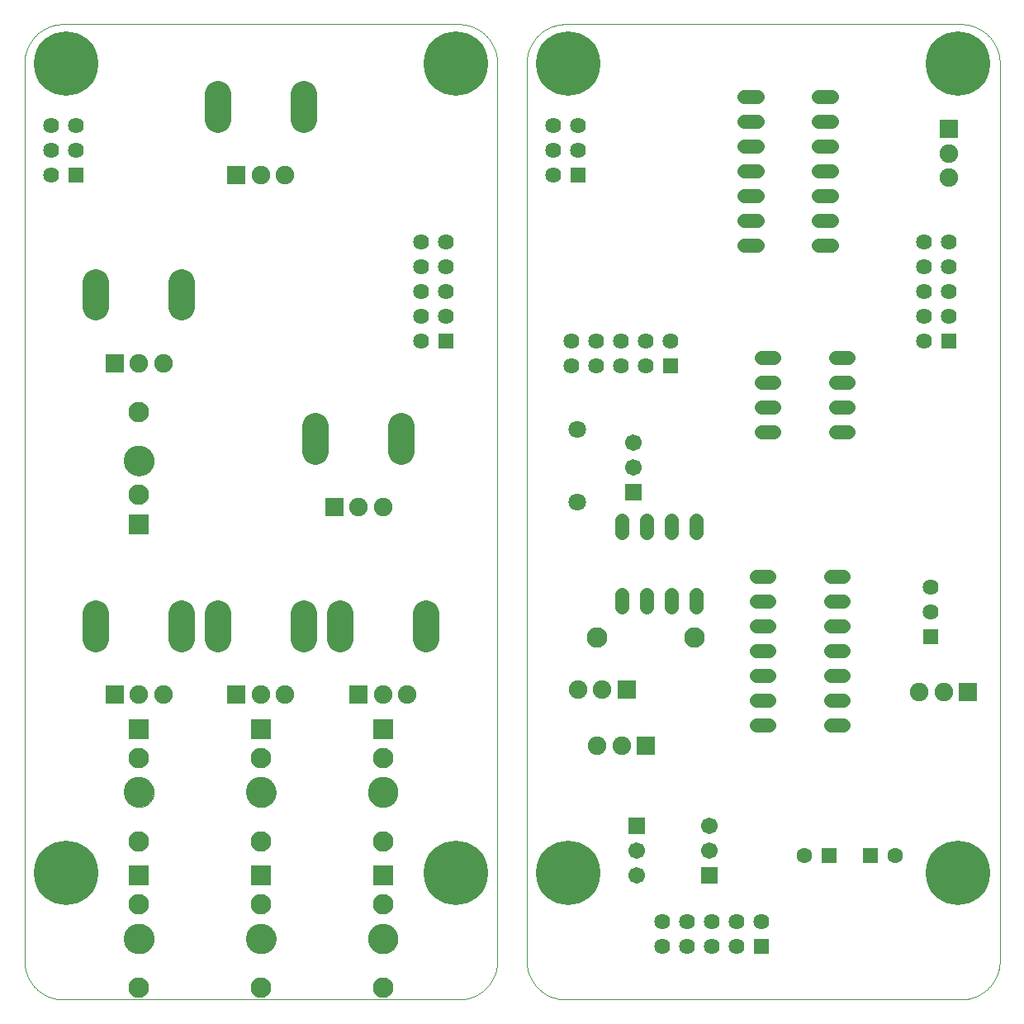
<source format=gbs>
G75*
%MOIN*%
%OFA0B0*%
%FSLAX25Y25*%
%IPPOS*%
%LPD*%
%AMOC8*
5,1,8,0,0,1.08239X$1,22.5*
%
%ADD10C,0.00000*%
%ADD11C,0.25991*%
%ADD12C,0.08274*%
%ADD13R,0.08274X0.08274*%
%ADD14C,0.12211*%
%ADD15R,0.07487X0.07487*%
%ADD16C,0.07487*%
%ADD17C,0.10636*%
%ADD18R,0.06400X0.06400*%
%ADD19C,0.06400*%
%ADD20C,0.06306*%
%ADD21R,0.06306X0.06306*%
%ADD22C,0.05600*%
%ADD23C,0.07093*%
%ADD24R,0.06699X0.06699*%
%ADD25C,0.06699*%
D10*
X0001492Y0017240D02*
X0001492Y0379445D01*
X0001497Y0379826D01*
X0001510Y0380206D01*
X0001533Y0380586D01*
X0001566Y0380965D01*
X0001607Y0381343D01*
X0001657Y0381720D01*
X0001717Y0382096D01*
X0001785Y0382471D01*
X0001863Y0382843D01*
X0001950Y0383214D01*
X0002045Y0383582D01*
X0002150Y0383948D01*
X0002263Y0384311D01*
X0002385Y0384672D01*
X0002515Y0385029D01*
X0002655Y0385383D01*
X0002802Y0385734D01*
X0002959Y0386081D01*
X0003123Y0386424D01*
X0003296Y0386763D01*
X0003477Y0387098D01*
X0003666Y0387429D01*
X0003863Y0387754D01*
X0004067Y0388075D01*
X0004280Y0388391D01*
X0004500Y0388701D01*
X0004727Y0389007D01*
X0004962Y0389306D01*
X0005204Y0389600D01*
X0005452Y0389888D01*
X0005708Y0390170D01*
X0005971Y0390445D01*
X0006240Y0390714D01*
X0006515Y0390977D01*
X0006797Y0391233D01*
X0007085Y0391481D01*
X0007379Y0391723D01*
X0007678Y0391958D01*
X0007984Y0392185D01*
X0008294Y0392405D01*
X0008610Y0392618D01*
X0008931Y0392822D01*
X0009256Y0393019D01*
X0009587Y0393208D01*
X0009922Y0393389D01*
X0010261Y0393562D01*
X0010604Y0393726D01*
X0010951Y0393883D01*
X0011302Y0394030D01*
X0011656Y0394170D01*
X0012013Y0394300D01*
X0012374Y0394422D01*
X0012737Y0394535D01*
X0013103Y0394640D01*
X0013471Y0394735D01*
X0013842Y0394822D01*
X0014214Y0394900D01*
X0014589Y0394968D01*
X0014965Y0395028D01*
X0015342Y0395078D01*
X0015720Y0395119D01*
X0016099Y0395152D01*
X0016479Y0395175D01*
X0016859Y0395188D01*
X0017240Y0395193D01*
X0176689Y0395193D01*
X0177070Y0395188D01*
X0177450Y0395175D01*
X0177830Y0395152D01*
X0178209Y0395119D01*
X0178587Y0395078D01*
X0178964Y0395028D01*
X0179340Y0394968D01*
X0179715Y0394900D01*
X0180087Y0394822D01*
X0180458Y0394735D01*
X0180826Y0394640D01*
X0181192Y0394535D01*
X0181555Y0394422D01*
X0181916Y0394300D01*
X0182273Y0394170D01*
X0182627Y0394030D01*
X0182978Y0393883D01*
X0183325Y0393726D01*
X0183668Y0393562D01*
X0184007Y0393389D01*
X0184342Y0393208D01*
X0184673Y0393019D01*
X0184998Y0392822D01*
X0185319Y0392618D01*
X0185635Y0392405D01*
X0185945Y0392185D01*
X0186251Y0391958D01*
X0186550Y0391723D01*
X0186844Y0391481D01*
X0187132Y0391233D01*
X0187414Y0390977D01*
X0187689Y0390714D01*
X0187958Y0390445D01*
X0188221Y0390170D01*
X0188477Y0389888D01*
X0188725Y0389600D01*
X0188967Y0389306D01*
X0189202Y0389007D01*
X0189429Y0388701D01*
X0189649Y0388391D01*
X0189862Y0388075D01*
X0190066Y0387754D01*
X0190263Y0387429D01*
X0190452Y0387098D01*
X0190633Y0386763D01*
X0190806Y0386424D01*
X0190970Y0386081D01*
X0191127Y0385734D01*
X0191274Y0385383D01*
X0191414Y0385029D01*
X0191544Y0384672D01*
X0191666Y0384311D01*
X0191779Y0383948D01*
X0191884Y0383582D01*
X0191979Y0383214D01*
X0192066Y0382843D01*
X0192144Y0382471D01*
X0192212Y0382096D01*
X0192272Y0381720D01*
X0192322Y0381343D01*
X0192363Y0380965D01*
X0192396Y0380586D01*
X0192419Y0380206D01*
X0192432Y0379826D01*
X0192437Y0379445D01*
X0192437Y0017240D01*
X0204248Y0017240D02*
X0204248Y0379445D01*
X0204253Y0379826D01*
X0204266Y0380206D01*
X0204289Y0380586D01*
X0204322Y0380965D01*
X0204363Y0381343D01*
X0204413Y0381720D01*
X0204473Y0382096D01*
X0204541Y0382471D01*
X0204619Y0382843D01*
X0204706Y0383214D01*
X0204801Y0383582D01*
X0204906Y0383948D01*
X0205019Y0384311D01*
X0205141Y0384672D01*
X0205271Y0385029D01*
X0205411Y0385383D01*
X0205558Y0385734D01*
X0205715Y0386081D01*
X0205879Y0386424D01*
X0206052Y0386763D01*
X0206233Y0387098D01*
X0206422Y0387429D01*
X0206619Y0387754D01*
X0206823Y0388075D01*
X0207036Y0388391D01*
X0207256Y0388701D01*
X0207483Y0389007D01*
X0207718Y0389306D01*
X0207960Y0389600D01*
X0208208Y0389888D01*
X0208464Y0390170D01*
X0208727Y0390445D01*
X0208996Y0390714D01*
X0209271Y0390977D01*
X0209553Y0391233D01*
X0209841Y0391481D01*
X0210135Y0391723D01*
X0210434Y0391958D01*
X0210740Y0392185D01*
X0211050Y0392405D01*
X0211366Y0392618D01*
X0211687Y0392822D01*
X0212012Y0393019D01*
X0212343Y0393208D01*
X0212678Y0393389D01*
X0213017Y0393562D01*
X0213360Y0393726D01*
X0213707Y0393883D01*
X0214058Y0394030D01*
X0214412Y0394170D01*
X0214769Y0394300D01*
X0215130Y0394422D01*
X0215493Y0394535D01*
X0215859Y0394640D01*
X0216227Y0394735D01*
X0216598Y0394822D01*
X0216970Y0394900D01*
X0217345Y0394968D01*
X0217721Y0395028D01*
X0218098Y0395078D01*
X0218476Y0395119D01*
X0218855Y0395152D01*
X0219235Y0395175D01*
X0219615Y0395188D01*
X0219996Y0395193D01*
X0379445Y0395193D01*
X0379826Y0395188D01*
X0380206Y0395175D01*
X0380586Y0395152D01*
X0380965Y0395119D01*
X0381343Y0395078D01*
X0381720Y0395028D01*
X0382096Y0394968D01*
X0382471Y0394900D01*
X0382843Y0394822D01*
X0383214Y0394735D01*
X0383582Y0394640D01*
X0383948Y0394535D01*
X0384311Y0394422D01*
X0384672Y0394300D01*
X0385029Y0394170D01*
X0385383Y0394030D01*
X0385734Y0393883D01*
X0386081Y0393726D01*
X0386424Y0393562D01*
X0386763Y0393389D01*
X0387098Y0393208D01*
X0387429Y0393019D01*
X0387754Y0392822D01*
X0388075Y0392618D01*
X0388391Y0392405D01*
X0388701Y0392185D01*
X0389007Y0391958D01*
X0389306Y0391723D01*
X0389600Y0391481D01*
X0389888Y0391233D01*
X0390170Y0390977D01*
X0390445Y0390714D01*
X0390714Y0390445D01*
X0390977Y0390170D01*
X0391233Y0389888D01*
X0391481Y0389600D01*
X0391723Y0389306D01*
X0391958Y0389007D01*
X0392185Y0388701D01*
X0392405Y0388391D01*
X0392618Y0388075D01*
X0392822Y0387754D01*
X0393019Y0387429D01*
X0393208Y0387098D01*
X0393389Y0386763D01*
X0393562Y0386424D01*
X0393726Y0386081D01*
X0393883Y0385734D01*
X0394030Y0385383D01*
X0394170Y0385029D01*
X0394300Y0384672D01*
X0394422Y0384311D01*
X0394535Y0383948D01*
X0394640Y0383582D01*
X0394735Y0383214D01*
X0394822Y0382843D01*
X0394900Y0382471D01*
X0394968Y0382096D01*
X0395028Y0381720D01*
X0395078Y0381343D01*
X0395119Y0380965D01*
X0395152Y0380586D01*
X0395175Y0380206D01*
X0395188Y0379826D01*
X0395193Y0379445D01*
X0395193Y0017240D01*
X0395188Y0016859D01*
X0395175Y0016479D01*
X0395152Y0016099D01*
X0395119Y0015720D01*
X0395078Y0015342D01*
X0395028Y0014965D01*
X0394968Y0014589D01*
X0394900Y0014214D01*
X0394822Y0013842D01*
X0394735Y0013471D01*
X0394640Y0013103D01*
X0394535Y0012737D01*
X0394422Y0012374D01*
X0394300Y0012013D01*
X0394170Y0011656D01*
X0394030Y0011302D01*
X0393883Y0010951D01*
X0393726Y0010604D01*
X0393562Y0010261D01*
X0393389Y0009922D01*
X0393208Y0009587D01*
X0393019Y0009256D01*
X0392822Y0008931D01*
X0392618Y0008610D01*
X0392405Y0008294D01*
X0392185Y0007984D01*
X0391958Y0007678D01*
X0391723Y0007379D01*
X0391481Y0007085D01*
X0391233Y0006797D01*
X0390977Y0006515D01*
X0390714Y0006240D01*
X0390445Y0005971D01*
X0390170Y0005708D01*
X0389888Y0005452D01*
X0389600Y0005204D01*
X0389306Y0004962D01*
X0389007Y0004727D01*
X0388701Y0004500D01*
X0388391Y0004280D01*
X0388075Y0004067D01*
X0387754Y0003863D01*
X0387429Y0003666D01*
X0387098Y0003477D01*
X0386763Y0003296D01*
X0386424Y0003123D01*
X0386081Y0002959D01*
X0385734Y0002802D01*
X0385383Y0002655D01*
X0385029Y0002515D01*
X0384672Y0002385D01*
X0384311Y0002263D01*
X0383948Y0002150D01*
X0383582Y0002045D01*
X0383214Y0001950D01*
X0382843Y0001863D01*
X0382471Y0001785D01*
X0382096Y0001717D01*
X0381720Y0001657D01*
X0381343Y0001607D01*
X0380965Y0001566D01*
X0380586Y0001533D01*
X0380206Y0001510D01*
X0379826Y0001497D01*
X0379445Y0001492D01*
X0219996Y0001492D01*
X0219615Y0001497D01*
X0219235Y0001510D01*
X0218855Y0001533D01*
X0218476Y0001566D01*
X0218098Y0001607D01*
X0217721Y0001657D01*
X0217345Y0001717D01*
X0216970Y0001785D01*
X0216598Y0001863D01*
X0216227Y0001950D01*
X0215859Y0002045D01*
X0215493Y0002150D01*
X0215130Y0002263D01*
X0214769Y0002385D01*
X0214412Y0002515D01*
X0214058Y0002655D01*
X0213707Y0002802D01*
X0213360Y0002959D01*
X0213017Y0003123D01*
X0212678Y0003296D01*
X0212343Y0003477D01*
X0212012Y0003666D01*
X0211687Y0003863D01*
X0211366Y0004067D01*
X0211050Y0004280D01*
X0210740Y0004500D01*
X0210434Y0004727D01*
X0210135Y0004962D01*
X0209841Y0005204D01*
X0209553Y0005452D01*
X0209271Y0005708D01*
X0208996Y0005971D01*
X0208727Y0006240D01*
X0208464Y0006515D01*
X0208208Y0006797D01*
X0207960Y0007085D01*
X0207718Y0007379D01*
X0207483Y0007678D01*
X0207256Y0007984D01*
X0207036Y0008294D01*
X0206823Y0008610D01*
X0206619Y0008931D01*
X0206422Y0009256D01*
X0206233Y0009587D01*
X0206052Y0009922D01*
X0205879Y0010261D01*
X0205715Y0010604D01*
X0205558Y0010951D01*
X0205411Y0011302D01*
X0205271Y0011656D01*
X0205141Y0012013D01*
X0205019Y0012374D01*
X0204906Y0012737D01*
X0204801Y0013103D01*
X0204706Y0013471D01*
X0204619Y0013842D01*
X0204541Y0014214D01*
X0204473Y0014589D01*
X0204413Y0014965D01*
X0204363Y0015342D01*
X0204322Y0015720D01*
X0204289Y0016099D01*
X0204266Y0016479D01*
X0204253Y0016859D01*
X0204248Y0017240D01*
X0192437Y0017240D02*
X0192432Y0016859D01*
X0192419Y0016479D01*
X0192396Y0016099D01*
X0192363Y0015720D01*
X0192322Y0015342D01*
X0192272Y0014965D01*
X0192212Y0014589D01*
X0192144Y0014214D01*
X0192066Y0013842D01*
X0191979Y0013471D01*
X0191884Y0013103D01*
X0191779Y0012737D01*
X0191666Y0012374D01*
X0191544Y0012013D01*
X0191414Y0011656D01*
X0191274Y0011302D01*
X0191127Y0010951D01*
X0190970Y0010604D01*
X0190806Y0010261D01*
X0190633Y0009922D01*
X0190452Y0009587D01*
X0190263Y0009256D01*
X0190066Y0008931D01*
X0189862Y0008610D01*
X0189649Y0008294D01*
X0189429Y0007984D01*
X0189202Y0007678D01*
X0188967Y0007379D01*
X0188725Y0007085D01*
X0188477Y0006797D01*
X0188221Y0006515D01*
X0187958Y0006240D01*
X0187689Y0005971D01*
X0187414Y0005708D01*
X0187132Y0005452D01*
X0186844Y0005204D01*
X0186550Y0004962D01*
X0186251Y0004727D01*
X0185945Y0004500D01*
X0185635Y0004280D01*
X0185319Y0004067D01*
X0184998Y0003863D01*
X0184673Y0003666D01*
X0184342Y0003477D01*
X0184007Y0003296D01*
X0183668Y0003123D01*
X0183325Y0002959D01*
X0182978Y0002802D01*
X0182627Y0002655D01*
X0182273Y0002515D01*
X0181916Y0002385D01*
X0181555Y0002263D01*
X0181192Y0002150D01*
X0180826Y0002045D01*
X0180458Y0001950D01*
X0180087Y0001863D01*
X0179715Y0001785D01*
X0179340Y0001717D01*
X0178964Y0001657D01*
X0178587Y0001607D01*
X0178209Y0001566D01*
X0177830Y0001533D01*
X0177450Y0001510D01*
X0177070Y0001497D01*
X0176689Y0001492D01*
X0017240Y0001492D01*
X0016859Y0001497D01*
X0016479Y0001510D01*
X0016099Y0001533D01*
X0015720Y0001566D01*
X0015342Y0001607D01*
X0014965Y0001657D01*
X0014589Y0001717D01*
X0014214Y0001785D01*
X0013842Y0001863D01*
X0013471Y0001950D01*
X0013103Y0002045D01*
X0012737Y0002150D01*
X0012374Y0002263D01*
X0012013Y0002385D01*
X0011656Y0002515D01*
X0011302Y0002655D01*
X0010951Y0002802D01*
X0010604Y0002959D01*
X0010261Y0003123D01*
X0009922Y0003296D01*
X0009587Y0003477D01*
X0009256Y0003666D01*
X0008931Y0003863D01*
X0008610Y0004067D01*
X0008294Y0004280D01*
X0007984Y0004500D01*
X0007678Y0004727D01*
X0007379Y0004962D01*
X0007085Y0005204D01*
X0006797Y0005452D01*
X0006515Y0005708D01*
X0006240Y0005971D01*
X0005971Y0006240D01*
X0005708Y0006515D01*
X0005452Y0006797D01*
X0005204Y0007085D01*
X0004962Y0007379D01*
X0004727Y0007678D01*
X0004500Y0007984D01*
X0004280Y0008294D01*
X0004067Y0008610D01*
X0003863Y0008931D01*
X0003666Y0009256D01*
X0003477Y0009587D01*
X0003296Y0009922D01*
X0003123Y0010261D01*
X0002959Y0010604D01*
X0002802Y0010951D01*
X0002655Y0011302D01*
X0002515Y0011656D01*
X0002385Y0012013D01*
X0002263Y0012374D01*
X0002150Y0012737D01*
X0002045Y0013103D01*
X0001950Y0013471D01*
X0001863Y0013842D01*
X0001785Y0014214D01*
X0001717Y0014589D01*
X0001657Y0014965D01*
X0001607Y0015342D01*
X0001566Y0015720D01*
X0001533Y0016099D01*
X0001510Y0016479D01*
X0001497Y0016859D01*
X0001492Y0017240D01*
X0041846Y0026098D02*
X0041848Y0026251D01*
X0041854Y0026405D01*
X0041864Y0026558D01*
X0041878Y0026710D01*
X0041896Y0026863D01*
X0041918Y0027014D01*
X0041943Y0027165D01*
X0041973Y0027316D01*
X0042007Y0027466D01*
X0042044Y0027614D01*
X0042085Y0027762D01*
X0042130Y0027908D01*
X0042179Y0028054D01*
X0042232Y0028198D01*
X0042288Y0028340D01*
X0042348Y0028481D01*
X0042412Y0028621D01*
X0042479Y0028759D01*
X0042550Y0028895D01*
X0042625Y0029029D01*
X0042702Y0029161D01*
X0042784Y0029291D01*
X0042868Y0029419D01*
X0042956Y0029545D01*
X0043047Y0029668D01*
X0043141Y0029789D01*
X0043239Y0029907D01*
X0043339Y0030023D01*
X0043443Y0030136D01*
X0043549Y0030247D01*
X0043658Y0030355D01*
X0043770Y0030460D01*
X0043884Y0030561D01*
X0044002Y0030660D01*
X0044121Y0030756D01*
X0044243Y0030849D01*
X0044368Y0030938D01*
X0044495Y0031025D01*
X0044624Y0031107D01*
X0044755Y0031187D01*
X0044888Y0031263D01*
X0045023Y0031336D01*
X0045160Y0031405D01*
X0045299Y0031470D01*
X0045439Y0031532D01*
X0045581Y0031590D01*
X0045724Y0031645D01*
X0045869Y0031696D01*
X0046015Y0031743D01*
X0046162Y0031786D01*
X0046310Y0031825D01*
X0046459Y0031861D01*
X0046609Y0031892D01*
X0046760Y0031920D01*
X0046911Y0031944D01*
X0047064Y0031964D01*
X0047216Y0031980D01*
X0047369Y0031992D01*
X0047522Y0032000D01*
X0047675Y0032004D01*
X0047829Y0032004D01*
X0047982Y0032000D01*
X0048135Y0031992D01*
X0048288Y0031980D01*
X0048440Y0031964D01*
X0048593Y0031944D01*
X0048744Y0031920D01*
X0048895Y0031892D01*
X0049045Y0031861D01*
X0049194Y0031825D01*
X0049342Y0031786D01*
X0049489Y0031743D01*
X0049635Y0031696D01*
X0049780Y0031645D01*
X0049923Y0031590D01*
X0050065Y0031532D01*
X0050205Y0031470D01*
X0050344Y0031405D01*
X0050481Y0031336D01*
X0050616Y0031263D01*
X0050749Y0031187D01*
X0050880Y0031107D01*
X0051009Y0031025D01*
X0051136Y0030938D01*
X0051261Y0030849D01*
X0051383Y0030756D01*
X0051502Y0030660D01*
X0051620Y0030561D01*
X0051734Y0030460D01*
X0051846Y0030355D01*
X0051955Y0030247D01*
X0052061Y0030136D01*
X0052165Y0030023D01*
X0052265Y0029907D01*
X0052363Y0029789D01*
X0052457Y0029668D01*
X0052548Y0029545D01*
X0052636Y0029419D01*
X0052720Y0029291D01*
X0052802Y0029161D01*
X0052879Y0029029D01*
X0052954Y0028895D01*
X0053025Y0028759D01*
X0053092Y0028621D01*
X0053156Y0028481D01*
X0053216Y0028340D01*
X0053272Y0028198D01*
X0053325Y0028054D01*
X0053374Y0027908D01*
X0053419Y0027762D01*
X0053460Y0027614D01*
X0053497Y0027466D01*
X0053531Y0027316D01*
X0053561Y0027165D01*
X0053586Y0027014D01*
X0053608Y0026863D01*
X0053626Y0026710D01*
X0053640Y0026558D01*
X0053650Y0026405D01*
X0053656Y0026251D01*
X0053658Y0026098D01*
X0053656Y0025945D01*
X0053650Y0025791D01*
X0053640Y0025638D01*
X0053626Y0025486D01*
X0053608Y0025333D01*
X0053586Y0025182D01*
X0053561Y0025031D01*
X0053531Y0024880D01*
X0053497Y0024730D01*
X0053460Y0024582D01*
X0053419Y0024434D01*
X0053374Y0024288D01*
X0053325Y0024142D01*
X0053272Y0023998D01*
X0053216Y0023856D01*
X0053156Y0023715D01*
X0053092Y0023575D01*
X0053025Y0023437D01*
X0052954Y0023301D01*
X0052879Y0023167D01*
X0052802Y0023035D01*
X0052720Y0022905D01*
X0052636Y0022777D01*
X0052548Y0022651D01*
X0052457Y0022528D01*
X0052363Y0022407D01*
X0052265Y0022289D01*
X0052165Y0022173D01*
X0052061Y0022060D01*
X0051955Y0021949D01*
X0051846Y0021841D01*
X0051734Y0021736D01*
X0051620Y0021635D01*
X0051502Y0021536D01*
X0051383Y0021440D01*
X0051261Y0021347D01*
X0051136Y0021258D01*
X0051009Y0021171D01*
X0050880Y0021089D01*
X0050749Y0021009D01*
X0050616Y0020933D01*
X0050481Y0020860D01*
X0050344Y0020791D01*
X0050205Y0020726D01*
X0050065Y0020664D01*
X0049923Y0020606D01*
X0049780Y0020551D01*
X0049635Y0020500D01*
X0049489Y0020453D01*
X0049342Y0020410D01*
X0049194Y0020371D01*
X0049045Y0020335D01*
X0048895Y0020304D01*
X0048744Y0020276D01*
X0048593Y0020252D01*
X0048440Y0020232D01*
X0048288Y0020216D01*
X0048135Y0020204D01*
X0047982Y0020196D01*
X0047829Y0020192D01*
X0047675Y0020192D01*
X0047522Y0020196D01*
X0047369Y0020204D01*
X0047216Y0020216D01*
X0047064Y0020232D01*
X0046911Y0020252D01*
X0046760Y0020276D01*
X0046609Y0020304D01*
X0046459Y0020335D01*
X0046310Y0020371D01*
X0046162Y0020410D01*
X0046015Y0020453D01*
X0045869Y0020500D01*
X0045724Y0020551D01*
X0045581Y0020606D01*
X0045439Y0020664D01*
X0045299Y0020726D01*
X0045160Y0020791D01*
X0045023Y0020860D01*
X0044888Y0020933D01*
X0044755Y0021009D01*
X0044624Y0021089D01*
X0044495Y0021171D01*
X0044368Y0021258D01*
X0044243Y0021347D01*
X0044121Y0021440D01*
X0044002Y0021536D01*
X0043884Y0021635D01*
X0043770Y0021736D01*
X0043658Y0021841D01*
X0043549Y0021949D01*
X0043443Y0022060D01*
X0043339Y0022173D01*
X0043239Y0022289D01*
X0043141Y0022407D01*
X0043047Y0022528D01*
X0042956Y0022651D01*
X0042868Y0022777D01*
X0042784Y0022905D01*
X0042702Y0023035D01*
X0042625Y0023167D01*
X0042550Y0023301D01*
X0042479Y0023437D01*
X0042412Y0023575D01*
X0042348Y0023715D01*
X0042288Y0023856D01*
X0042232Y0023998D01*
X0042179Y0024142D01*
X0042130Y0024288D01*
X0042085Y0024434D01*
X0042044Y0024582D01*
X0042007Y0024730D01*
X0041973Y0024880D01*
X0041943Y0025031D01*
X0041918Y0025182D01*
X0041896Y0025333D01*
X0041878Y0025486D01*
X0041864Y0025638D01*
X0041854Y0025791D01*
X0041848Y0025945D01*
X0041846Y0026098D01*
X0091059Y0026098D02*
X0091061Y0026251D01*
X0091067Y0026405D01*
X0091077Y0026558D01*
X0091091Y0026710D01*
X0091109Y0026863D01*
X0091131Y0027014D01*
X0091156Y0027165D01*
X0091186Y0027316D01*
X0091220Y0027466D01*
X0091257Y0027614D01*
X0091298Y0027762D01*
X0091343Y0027908D01*
X0091392Y0028054D01*
X0091445Y0028198D01*
X0091501Y0028340D01*
X0091561Y0028481D01*
X0091625Y0028621D01*
X0091692Y0028759D01*
X0091763Y0028895D01*
X0091838Y0029029D01*
X0091915Y0029161D01*
X0091997Y0029291D01*
X0092081Y0029419D01*
X0092169Y0029545D01*
X0092260Y0029668D01*
X0092354Y0029789D01*
X0092452Y0029907D01*
X0092552Y0030023D01*
X0092656Y0030136D01*
X0092762Y0030247D01*
X0092871Y0030355D01*
X0092983Y0030460D01*
X0093097Y0030561D01*
X0093215Y0030660D01*
X0093334Y0030756D01*
X0093456Y0030849D01*
X0093581Y0030938D01*
X0093708Y0031025D01*
X0093837Y0031107D01*
X0093968Y0031187D01*
X0094101Y0031263D01*
X0094236Y0031336D01*
X0094373Y0031405D01*
X0094512Y0031470D01*
X0094652Y0031532D01*
X0094794Y0031590D01*
X0094937Y0031645D01*
X0095082Y0031696D01*
X0095228Y0031743D01*
X0095375Y0031786D01*
X0095523Y0031825D01*
X0095672Y0031861D01*
X0095822Y0031892D01*
X0095973Y0031920D01*
X0096124Y0031944D01*
X0096277Y0031964D01*
X0096429Y0031980D01*
X0096582Y0031992D01*
X0096735Y0032000D01*
X0096888Y0032004D01*
X0097042Y0032004D01*
X0097195Y0032000D01*
X0097348Y0031992D01*
X0097501Y0031980D01*
X0097653Y0031964D01*
X0097806Y0031944D01*
X0097957Y0031920D01*
X0098108Y0031892D01*
X0098258Y0031861D01*
X0098407Y0031825D01*
X0098555Y0031786D01*
X0098702Y0031743D01*
X0098848Y0031696D01*
X0098993Y0031645D01*
X0099136Y0031590D01*
X0099278Y0031532D01*
X0099418Y0031470D01*
X0099557Y0031405D01*
X0099694Y0031336D01*
X0099829Y0031263D01*
X0099962Y0031187D01*
X0100093Y0031107D01*
X0100222Y0031025D01*
X0100349Y0030938D01*
X0100474Y0030849D01*
X0100596Y0030756D01*
X0100715Y0030660D01*
X0100833Y0030561D01*
X0100947Y0030460D01*
X0101059Y0030355D01*
X0101168Y0030247D01*
X0101274Y0030136D01*
X0101378Y0030023D01*
X0101478Y0029907D01*
X0101576Y0029789D01*
X0101670Y0029668D01*
X0101761Y0029545D01*
X0101849Y0029419D01*
X0101933Y0029291D01*
X0102015Y0029161D01*
X0102092Y0029029D01*
X0102167Y0028895D01*
X0102238Y0028759D01*
X0102305Y0028621D01*
X0102369Y0028481D01*
X0102429Y0028340D01*
X0102485Y0028198D01*
X0102538Y0028054D01*
X0102587Y0027908D01*
X0102632Y0027762D01*
X0102673Y0027614D01*
X0102710Y0027466D01*
X0102744Y0027316D01*
X0102774Y0027165D01*
X0102799Y0027014D01*
X0102821Y0026863D01*
X0102839Y0026710D01*
X0102853Y0026558D01*
X0102863Y0026405D01*
X0102869Y0026251D01*
X0102871Y0026098D01*
X0102869Y0025945D01*
X0102863Y0025791D01*
X0102853Y0025638D01*
X0102839Y0025486D01*
X0102821Y0025333D01*
X0102799Y0025182D01*
X0102774Y0025031D01*
X0102744Y0024880D01*
X0102710Y0024730D01*
X0102673Y0024582D01*
X0102632Y0024434D01*
X0102587Y0024288D01*
X0102538Y0024142D01*
X0102485Y0023998D01*
X0102429Y0023856D01*
X0102369Y0023715D01*
X0102305Y0023575D01*
X0102238Y0023437D01*
X0102167Y0023301D01*
X0102092Y0023167D01*
X0102015Y0023035D01*
X0101933Y0022905D01*
X0101849Y0022777D01*
X0101761Y0022651D01*
X0101670Y0022528D01*
X0101576Y0022407D01*
X0101478Y0022289D01*
X0101378Y0022173D01*
X0101274Y0022060D01*
X0101168Y0021949D01*
X0101059Y0021841D01*
X0100947Y0021736D01*
X0100833Y0021635D01*
X0100715Y0021536D01*
X0100596Y0021440D01*
X0100474Y0021347D01*
X0100349Y0021258D01*
X0100222Y0021171D01*
X0100093Y0021089D01*
X0099962Y0021009D01*
X0099829Y0020933D01*
X0099694Y0020860D01*
X0099557Y0020791D01*
X0099418Y0020726D01*
X0099278Y0020664D01*
X0099136Y0020606D01*
X0098993Y0020551D01*
X0098848Y0020500D01*
X0098702Y0020453D01*
X0098555Y0020410D01*
X0098407Y0020371D01*
X0098258Y0020335D01*
X0098108Y0020304D01*
X0097957Y0020276D01*
X0097806Y0020252D01*
X0097653Y0020232D01*
X0097501Y0020216D01*
X0097348Y0020204D01*
X0097195Y0020196D01*
X0097042Y0020192D01*
X0096888Y0020192D01*
X0096735Y0020196D01*
X0096582Y0020204D01*
X0096429Y0020216D01*
X0096277Y0020232D01*
X0096124Y0020252D01*
X0095973Y0020276D01*
X0095822Y0020304D01*
X0095672Y0020335D01*
X0095523Y0020371D01*
X0095375Y0020410D01*
X0095228Y0020453D01*
X0095082Y0020500D01*
X0094937Y0020551D01*
X0094794Y0020606D01*
X0094652Y0020664D01*
X0094512Y0020726D01*
X0094373Y0020791D01*
X0094236Y0020860D01*
X0094101Y0020933D01*
X0093968Y0021009D01*
X0093837Y0021089D01*
X0093708Y0021171D01*
X0093581Y0021258D01*
X0093456Y0021347D01*
X0093334Y0021440D01*
X0093215Y0021536D01*
X0093097Y0021635D01*
X0092983Y0021736D01*
X0092871Y0021841D01*
X0092762Y0021949D01*
X0092656Y0022060D01*
X0092552Y0022173D01*
X0092452Y0022289D01*
X0092354Y0022407D01*
X0092260Y0022528D01*
X0092169Y0022651D01*
X0092081Y0022777D01*
X0091997Y0022905D01*
X0091915Y0023035D01*
X0091838Y0023167D01*
X0091763Y0023301D01*
X0091692Y0023437D01*
X0091625Y0023575D01*
X0091561Y0023715D01*
X0091501Y0023856D01*
X0091445Y0023998D01*
X0091392Y0024142D01*
X0091343Y0024288D01*
X0091298Y0024434D01*
X0091257Y0024582D01*
X0091220Y0024730D01*
X0091186Y0024880D01*
X0091156Y0025031D01*
X0091131Y0025182D01*
X0091109Y0025333D01*
X0091091Y0025486D01*
X0091077Y0025638D01*
X0091067Y0025791D01*
X0091061Y0025945D01*
X0091059Y0026098D01*
X0140271Y0026098D02*
X0140273Y0026251D01*
X0140279Y0026405D01*
X0140289Y0026558D01*
X0140303Y0026710D01*
X0140321Y0026863D01*
X0140343Y0027014D01*
X0140368Y0027165D01*
X0140398Y0027316D01*
X0140432Y0027466D01*
X0140469Y0027614D01*
X0140510Y0027762D01*
X0140555Y0027908D01*
X0140604Y0028054D01*
X0140657Y0028198D01*
X0140713Y0028340D01*
X0140773Y0028481D01*
X0140837Y0028621D01*
X0140904Y0028759D01*
X0140975Y0028895D01*
X0141050Y0029029D01*
X0141127Y0029161D01*
X0141209Y0029291D01*
X0141293Y0029419D01*
X0141381Y0029545D01*
X0141472Y0029668D01*
X0141566Y0029789D01*
X0141664Y0029907D01*
X0141764Y0030023D01*
X0141868Y0030136D01*
X0141974Y0030247D01*
X0142083Y0030355D01*
X0142195Y0030460D01*
X0142309Y0030561D01*
X0142427Y0030660D01*
X0142546Y0030756D01*
X0142668Y0030849D01*
X0142793Y0030938D01*
X0142920Y0031025D01*
X0143049Y0031107D01*
X0143180Y0031187D01*
X0143313Y0031263D01*
X0143448Y0031336D01*
X0143585Y0031405D01*
X0143724Y0031470D01*
X0143864Y0031532D01*
X0144006Y0031590D01*
X0144149Y0031645D01*
X0144294Y0031696D01*
X0144440Y0031743D01*
X0144587Y0031786D01*
X0144735Y0031825D01*
X0144884Y0031861D01*
X0145034Y0031892D01*
X0145185Y0031920D01*
X0145336Y0031944D01*
X0145489Y0031964D01*
X0145641Y0031980D01*
X0145794Y0031992D01*
X0145947Y0032000D01*
X0146100Y0032004D01*
X0146254Y0032004D01*
X0146407Y0032000D01*
X0146560Y0031992D01*
X0146713Y0031980D01*
X0146865Y0031964D01*
X0147018Y0031944D01*
X0147169Y0031920D01*
X0147320Y0031892D01*
X0147470Y0031861D01*
X0147619Y0031825D01*
X0147767Y0031786D01*
X0147914Y0031743D01*
X0148060Y0031696D01*
X0148205Y0031645D01*
X0148348Y0031590D01*
X0148490Y0031532D01*
X0148630Y0031470D01*
X0148769Y0031405D01*
X0148906Y0031336D01*
X0149041Y0031263D01*
X0149174Y0031187D01*
X0149305Y0031107D01*
X0149434Y0031025D01*
X0149561Y0030938D01*
X0149686Y0030849D01*
X0149808Y0030756D01*
X0149927Y0030660D01*
X0150045Y0030561D01*
X0150159Y0030460D01*
X0150271Y0030355D01*
X0150380Y0030247D01*
X0150486Y0030136D01*
X0150590Y0030023D01*
X0150690Y0029907D01*
X0150788Y0029789D01*
X0150882Y0029668D01*
X0150973Y0029545D01*
X0151061Y0029419D01*
X0151145Y0029291D01*
X0151227Y0029161D01*
X0151304Y0029029D01*
X0151379Y0028895D01*
X0151450Y0028759D01*
X0151517Y0028621D01*
X0151581Y0028481D01*
X0151641Y0028340D01*
X0151697Y0028198D01*
X0151750Y0028054D01*
X0151799Y0027908D01*
X0151844Y0027762D01*
X0151885Y0027614D01*
X0151922Y0027466D01*
X0151956Y0027316D01*
X0151986Y0027165D01*
X0152011Y0027014D01*
X0152033Y0026863D01*
X0152051Y0026710D01*
X0152065Y0026558D01*
X0152075Y0026405D01*
X0152081Y0026251D01*
X0152083Y0026098D01*
X0152081Y0025945D01*
X0152075Y0025791D01*
X0152065Y0025638D01*
X0152051Y0025486D01*
X0152033Y0025333D01*
X0152011Y0025182D01*
X0151986Y0025031D01*
X0151956Y0024880D01*
X0151922Y0024730D01*
X0151885Y0024582D01*
X0151844Y0024434D01*
X0151799Y0024288D01*
X0151750Y0024142D01*
X0151697Y0023998D01*
X0151641Y0023856D01*
X0151581Y0023715D01*
X0151517Y0023575D01*
X0151450Y0023437D01*
X0151379Y0023301D01*
X0151304Y0023167D01*
X0151227Y0023035D01*
X0151145Y0022905D01*
X0151061Y0022777D01*
X0150973Y0022651D01*
X0150882Y0022528D01*
X0150788Y0022407D01*
X0150690Y0022289D01*
X0150590Y0022173D01*
X0150486Y0022060D01*
X0150380Y0021949D01*
X0150271Y0021841D01*
X0150159Y0021736D01*
X0150045Y0021635D01*
X0149927Y0021536D01*
X0149808Y0021440D01*
X0149686Y0021347D01*
X0149561Y0021258D01*
X0149434Y0021171D01*
X0149305Y0021089D01*
X0149174Y0021009D01*
X0149041Y0020933D01*
X0148906Y0020860D01*
X0148769Y0020791D01*
X0148630Y0020726D01*
X0148490Y0020664D01*
X0148348Y0020606D01*
X0148205Y0020551D01*
X0148060Y0020500D01*
X0147914Y0020453D01*
X0147767Y0020410D01*
X0147619Y0020371D01*
X0147470Y0020335D01*
X0147320Y0020304D01*
X0147169Y0020276D01*
X0147018Y0020252D01*
X0146865Y0020232D01*
X0146713Y0020216D01*
X0146560Y0020204D01*
X0146407Y0020196D01*
X0146254Y0020192D01*
X0146100Y0020192D01*
X0145947Y0020196D01*
X0145794Y0020204D01*
X0145641Y0020216D01*
X0145489Y0020232D01*
X0145336Y0020252D01*
X0145185Y0020276D01*
X0145034Y0020304D01*
X0144884Y0020335D01*
X0144735Y0020371D01*
X0144587Y0020410D01*
X0144440Y0020453D01*
X0144294Y0020500D01*
X0144149Y0020551D01*
X0144006Y0020606D01*
X0143864Y0020664D01*
X0143724Y0020726D01*
X0143585Y0020791D01*
X0143448Y0020860D01*
X0143313Y0020933D01*
X0143180Y0021009D01*
X0143049Y0021089D01*
X0142920Y0021171D01*
X0142793Y0021258D01*
X0142668Y0021347D01*
X0142546Y0021440D01*
X0142427Y0021536D01*
X0142309Y0021635D01*
X0142195Y0021736D01*
X0142083Y0021841D01*
X0141974Y0021949D01*
X0141868Y0022060D01*
X0141764Y0022173D01*
X0141664Y0022289D01*
X0141566Y0022407D01*
X0141472Y0022528D01*
X0141381Y0022651D01*
X0141293Y0022777D01*
X0141209Y0022905D01*
X0141127Y0023035D01*
X0141050Y0023167D01*
X0140975Y0023301D01*
X0140904Y0023437D01*
X0140837Y0023575D01*
X0140773Y0023715D01*
X0140713Y0023856D01*
X0140657Y0023998D01*
X0140604Y0024142D01*
X0140555Y0024288D01*
X0140510Y0024434D01*
X0140469Y0024582D01*
X0140432Y0024730D01*
X0140398Y0024880D01*
X0140368Y0025031D01*
X0140343Y0025182D01*
X0140321Y0025333D01*
X0140303Y0025486D01*
X0140289Y0025638D01*
X0140279Y0025791D01*
X0140273Y0025945D01*
X0140271Y0026098D01*
X0140271Y0085154D02*
X0140273Y0085307D01*
X0140279Y0085461D01*
X0140289Y0085614D01*
X0140303Y0085766D01*
X0140321Y0085919D01*
X0140343Y0086070D01*
X0140368Y0086221D01*
X0140398Y0086372D01*
X0140432Y0086522D01*
X0140469Y0086670D01*
X0140510Y0086818D01*
X0140555Y0086964D01*
X0140604Y0087110D01*
X0140657Y0087254D01*
X0140713Y0087396D01*
X0140773Y0087537D01*
X0140837Y0087677D01*
X0140904Y0087815D01*
X0140975Y0087951D01*
X0141050Y0088085D01*
X0141127Y0088217D01*
X0141209Y0088347D01*
X0141293Y0088475D01*
X0141381Y0088601D01*
X0141472Y0088724D01*
X0141566Y0088845D01*
X0141664Y0088963D01*
X0141764Y0089079D01*
X0141868Y0089192D01*
X0141974Y0089303D01*
X0142083Y0089411D01*
X0142195Y0089516D01*
X0142309Y0089617D01*
X0142427Y0089716D01*
X0142546Y0089812D01*
X0142668Y0089905D01*
X0142793Y0089994D01*
X0142920Y0090081D01*
X0143049Y0090163D01*
X0143180Y0090243D01*
X0143313Y0090319D01*
X0143448Y0090392D01*
X0143585Y0090461D01*
X0143724Y0090526D01*
X0143864Y0090588D01*
X0144006Y0090646D01*
X0144149Y0090701D01*
X0144294Y0090752D01*
X0144440Y0090799D01*
X0144587Y0090842D01*
X0144735Y0090881D01*
X0144884Y0090917D01*
X0145034Y0090948D01*
X0145185Y0090976D01*
X0145336Y0091000D01*
X0145489Y0091020D01*
X0145641Y0091036D01*
X0145794Y0091048D01*
X0145947Y0091056D01*
X0146100Y0091060D01*
X0146254Y0091060D01*
X0146407Y0091056D01*
X0146560Y0091048D01*
X0146713Y0091036D01*
X0146865Y0091020D01*
X0147018Y0091000D01*
X0147169Y0090976D01*
X0147320Y0090948D01*
X0147470Y0090917D01*
X0147619Y0090881D01*
X0147767Y0090842D01*
X0147914Y0090799D01*
X0148060Y0090752D01*
X0148205Y0090701D01*
X0148348Y0090646D01*
X0148490Y0090588D01*
X0148630Y0090526D01*
X0148769Y0090461D01*
X0148906Y0090392D01*
X0149041Y0090319D01*
X0149174Y0090243D01*
X0149305Y0090163D01*
X0149434Y0090081D01*
X0149561Y0089994D01*
X0149686Y0089905D01*
X0149808Y0089812D01*
X0149927Y0089716D01*
X0150045Y0089617D01*
X0150159Y0089516D01*
X0150271Y0089411D01*
X0150380Y0089303D01*
X0150486Y0089192D01*
X0150590Y0089079D01*
X0150690Y0088963D01*
X0150788Y0088845D01*
X0150882Y0088724D01*
X0150973Y0088601D01*
X0151061Y0088475D01*
X0151145Y0088347D01*
X0151227Y0088217D01*
X0151304Y0088085D01*
X0151379Y0087951D01*
X0151450Y0087815D01*
X0151517Y0087677D01*
X0151581Y0087537D01*
X0151641Y0087396D01*
X0151697Y0087254D01*
X0151750Y0087110D01*
X0151799Y0086964D01*
X0151844Y0086818D01*
X0151885Y0086670D01*
X0151922Y0086522D01*
X0151956Y0086372D01*
X0151986Y0086221D01*
X0152011Y0086070D01*
X0152033Y0085919D01*
X0152051Y0085766D01*
X0152065Y0085614D01*
X0152075Y0085461D01*
X0152081Y0085307D01*
X0152083Y0085154D01*
X0152081Y0085001D01*
X0152075Y0084847D01*
X0152065Y0084694D01*
X0152051Y0084542D01*
X0152033Y0084389D01*
X0152011Y0084238D01*
X0151986Y0084087D01*
X0151956Y0083936D01*
X0151922Y0083786D01*
X0151885Y0083638D01*
X0151844Y0083490D01*
X0151799Y0083344D01*
X0151750Y0083198D01*
X0151697Y0083054D01*
X0151641Y0082912D01*
X0151581Y0082771D01*
X0151517Y0082631D01*
X0151450Y0082493D01*
X0151379Y0082357D01*
X0151304Y0082223D01*
X0151227Y0082091D01*
X0151145Y0081961D01*
X0151061Y0081833D01*
X0150973Y0081707D01*
X0150882Y0081584D01*
X0150788Y0081463D01*
X0150690Y0081345D01*
X0150590Y0081229D01*
X0150486Y0081116D01*
X0150380Y0081005D01*
X0150271Y0080897D01*
X0150159Y0080792D01*
X0150045Y0080691D01*
X0149927Y0080592D01*
X0149808Y0080496D01*
X0149686Y0080403D01*
X0149561Y0080314D01*
X0149434Y0080227D01*
X0149305Y0080145D01*
X0149174Y0080065D01*
X0149041Y0079989D01*
X0148906Y0079916D01*
X0148769Y0079847D01*
X0148630Y0079782D01*
X0148490Y0079720D01*
X0148348Y0079662D01*
X0148205Y0079607D01*
X0148060Y0079556D01*
X0147914Y0079509D01*
X0147767Y0079466D01*
X0147619Y0079427D01*
X0147470Y0079391D01*
X0147320Y0079360D01*
X0147169Y0079332D01*
X0147018Y0079308D01*
X0146865Y0079288D01*
X0146713Y0079272D01*
X0146560Y0079260D01*
X0146407Y0079252D01*
X0146254Y0079248D01*
X0146100Y0079248D01*
X0145947Y0079252D01*
X0145794Y0079260D01*
X0145641Y0079272D01*
X0145489Y0079288D01*
X0145336Y0079308D01*
X0145185Y0079332D01*
X0145034Y0079360D01*
X0144884Y0079391D01*
X0144735Y0079427D01*
X0144587Y0079466D01*
X0144440Y0079509D01*
X0144294Y0079556D01*
X0144149Y0079607D01*
X0144006Y0079662D01*
X0143864Y0079720D01*
X0143724Y0079782D01*
X0143585Y0079847D01*
X0143448Y0079916D01*
X0143313Y0079989D01*
X0143180Y0080065D01*
X0143049Y0080145D01*
X0142920Y0080227D01*
X0142793Y0080314D01*
X0142668Y0080403D01*
X0142546Y0080496D01*
X0142427Y0080592D01*
X0142309Y0080691D01*
X0142195Y0080792D01*
X0142083Y0080897D01*
X0141974Y0081005D01*
X0141868Y0081116D01*
X0141764Y0081229D01*
X0141664Y0081345D01*
X0141566Y0081463D01*
X0141472Y0081584D01*
X0141381Y0081707D01*
X0141293Y0081833D01*
X0141209Y0081961D01*
X0141127Y0082091D01*
X0141050Y0082223D01*
X0140975Y0082357D01*
X0140904Y0082493D01*
X0140837Y0082631D01*
X0140773Y0082771D01*
X0140713Y0082912D01*
X0140657Y0083054D01*
X0140604Y0083198D01*
X0140555Y0083344D01*
X0140510Y0083490D01*
X0140469Y0083638D01*
X0140432Y0083786D01*
X0140398Y0083936D01*
X0140368Y0084087D01*
X0140343Y0084238D01*
X0140321Y0084389D01*
X0140303Y0084542D01*
X0140289Y0084694D01*
X0140279Y0084847D01*
X0140273Y0085001D01*
X0140271Y0085154D01*
X0091059Y0085154D02*
X0091061Y0085307D01*
X0091067Y0085461D01*
X0091077Y0085614D01*
X0091091Y0085766D01*
X0091109Y0085919D01*
X0091131Y0086070D01*
X0091156Y0086221D01*
X0091186Y0086372D01*
X0091220Y0086522D01*
X0091257Y0086670D01*
X0091298Y0086818D01*
X0091343Y0086964D01*
X0091392Y0087110D01*
X0091445Y0087254D01*
X0091501Y0087396D01*
X0091561Y0087537D01*
X0091625Y0087677D01*
X0091692Y0087815D01*
X0091763Y0087951D01*
X0091838Y0088085D01*
X0091915Y0088217D01*
X0091997Y0088347D01*
X0092081Y0088475D01*
X0092169Y0088601D01*
X0092260Y0088724D01*
X0092354Y0088845D01*
X0092452Y0088963D01*
X0092552Y0089079D01*
X0092656Y0089192D01*
X0092762Y0089303D01*
X0092871Y0089411D01*
X0092983Y0089516D01*
X0093097Y0089617D01*
X0093215Y0089716D01*
X0093334Y0089812D01*
X0093456Y0089905D01*
X0093581Y0089994D01*
X0093708Y0090081D01*
X0093837Y0090163D01*
X0093968Y0090243D01*
X0094101Y0090319D01*
X0094236Y0090392D01*
X0094373Y0090461D01*
X0094512Y0090526D01*
X0094652Y0090588D01*
X0094794Y0090646D01*
X0094937Y0090701D01*
X0095082Y0090752D01*
X0095228Y0090799D01*
X0095375Y0090842D01*
X0095523Y0090881D01*
X0095672Y0090917D01*
X0095822Y0090948D01*
X0095973Y0090976D01*
X0096124Y0091000D01*
X0096277Y0091020D01*
X0096429Y0091036D01*
X0096582Y0091048D01*
X0096735Y0091056D01*
X0096888Y0091060D01*
X0097042Y0091060D01*
X0097195Y0091056D01*
X0097348Y0091048D01*
X0097501Y0091036D01*
X0097653Y0091020D01*
X0097806Y0091000D01*
X0097957Y0090976D01*
X0098108Y0090948D01*
X0098258Y0090917D01*
X0098407Y0090881D01*
X0098555Y0090842D01*
X0098702Y0090799D01*
X0098848Y0090752D01*
X0098993Y0090701D01*
X0099136Y0090646D01*
X0099278Y0090588D01*
X0099418Y0090526D01*
X0099557Y0090461D01*
X0099694Y0090392D01*
X0099829Y0090319D01*
X0099962Y0090243D01*
X0100093Y0090163D01*
X0100222Y0090081D01*
X0100349Y0089994D01*
X0100474Y0089905D01*
X0100596Y0089812D01*
X0100715Y0089716D01*
X0100833Y0089617D01*
X0100947Y0089516D01*
X0101059Y0089411D01*
X0101168Y0089303D01*
X0101274Y0089192D01*
X0101378Y0089079D01*
X0101478Y0088963D01*
X0101576Y0088845D01*
X0101670Y0088724D01*
X0101761Y0088601D01*
X0101849Y0088475D01*
X0101933Y0088347D01*
X0102015Y0088217D01*
X0102092Y0088085D01*
X0102167Y0087951D01*
X0102238Y0087815D01*
X0102305Y0087677D01*
X0102369Y0087537D01*
X0102429Y0087396D01*
X0102485Y0087254D01*
X0102538Y0087110D01*
X0102587Y0086964D01*
X0102632Y0086818D01*
X0102673Y0086670D01*
X0102710Y0086522D01*
X0102744Y0086372D01*
X0102774Y0086221D01*
X0102799Y0086070D01*
X0102821Y0085919D01*
X0102839Y0085766D01*
X0102853Y0085614D01*
X0102863Y0085461D01*
X0102869Y0085307D01*
X0102871Y0085154D01*
X0102869Y0085001D01*
X0102863Y0084847D01*
X0102853Y0084694D01*
X0102839Y0084542D01*
X0102821Y0084389D01*
X0102799Y0084238D01*
X0102774Y0084087D01*
X0102744Y0083936D01*
X0102710Y0083786D01*
X0102673Y0083638D01*
X0102632Y0083490D01*
X0102587Y0083344D01*
X0102538Y0083198D01*
X0102485Y0083054D01*
X0102429Y0082912D01*
X0102369Y0082771D01*
X0102305Y0082631D01*
X0102238Y0082493D01*
X0102167Y0082357D01*
X0102092Y0082223D01*
X0102015Y0082091D01*
X0101933Y0081961D01*
X0101849Y0081833D01*
X0101761Y0081707D01*
X0101670Y0081584D01*
X0101576Y0081463D01*
X0101478Y0081345D01*
X0101378Y0081229D01*
X0101274Y0081116D01*
X0101168Y0081005D01*
X0101059Y0080897D01*
X0100947Y0080792D01*
X0100833Y0080691D01*
X0100715Y0080592D01*
X0100596Y0080496D01*
X0100474Y0080403D01*
X0100349Y0080314D01*
X0100222Y0080227D01*
X0100093Y0080145D01*
X0099962Y0080065D01*
X0099829Y0079989D01*
X0099694Y0079916D01*
X0099557Y0079847D01*
X0099418Y0079782D01*
X0099278Y0079720D01*
X0099136Y0079662D01*
X0098993Y0079607D01*
X0098848Y0079556D01*
X0098702Y0079509D01*
X0098555Y0079466D01*
X0098407Y0079427D01*
X0098258Y0079391D01*
X0098108Y0079360D01*
X0097957Y0079332D01*
X0097806Y0079308D01*
X0097653Y0079288D01*
X0097501Y0079272D01*
X0097348Y0079260D01*
X0097195Y0079252D01*
X0097042Y0079248D01*
X0096888Y0079248D01*
X0096735Y0079252D01*
X0096582Y0079260D01*
X0096429Y0079272D01*
X0096277Y0079288D01*
X0096124Y0079308D01*
X0095973Y0079332D01*
X0095822Y0079360D01*
X0095672Y0079391D01*
X0095523Y0079427D01*
X0095375Y0079466D01*
X0095228Y0079509D01*
X0095082Y0079556D01*
X0094937Y0079607D01*
X0094794Y0079662D01*
X0094652Y0079720D01*
X0094512Y0079782D01*
X0094373Y0079847D01*
X0094236Y0079916D01*
X0094101Y0079989D01*
X0093968Y0080065D01*
X0093837Y0080145D01*
X0093708Y0080227D01*
X0093581Y0080314D01*
X0093456Y0080403D01*
X0093334Y0080496D01*
X0093215Y0080592D01*
X0093097Y0080691D01*
X0092983Y0080792D01*
X0092871Y0080897D01*
X0092762Y0081005D01*
X0092656Y0081116D01*
X0092552Y0081229D01*
X0092452Y0081345D01*
X0092354Y0081463D01*
X0092260Y0081584D01*
X0092169Y0081707D01*
X0092081Y0081833D01*
X0091997Y0081961D01*
X0091915Y0082091D01*
X0091838Y0082223D01*
X0091763Y0082357D01*
X0091692Y0082493D01*
X0091625Y0082631D01*
X0091561Y0082771D01*
X0091501Y0082912D01*
X0091445Y0083054D01*
X0091392Y0083198D01*
X0091343Y0083344D01*
X0091298Y0083490D01*
X0091257Y0083638D01*
X0091220Y0083786D01*
X0091186Y0083936D01*
X0091156Y0084087D01*
X0091131Y0084238D01*
X0091109Y0084389D01*
X0091091Y0084542D01*
X0091077Y0084694D01*
X0091067Y0084847D01*
X0091061Y0085001D01*
X0091059Y0085154D01*
X0041846Y0085154D02*
X0041848Y0085307D01*
X0041854Y0085461D01*
X0041864Y0085614D01*
X0041878Y0085766D01*
X0041896Y0085919D01*
X0041918Y0086070D01*
X0041943Y0086221D01*
X0041973Y0086372D01*
X0042007Y0086522D01*
X0042044Y0086670D01*
X0042085Y0086818D01*
X0042130Y0086964D01*
X0042179Y0087110D01*
X0042232Y0087254D01*
X0042288Y0087396D01*
X0042348Y0087537D01*
X0042412Y0087677D01*
X0042479Y0087815D01*
X0042550Y0087951D01*
X0042625Y0088085D01*
X0042702Y0088217D01*
X0042784Y0088347D01*
X0042868Y0088475D01*
X0042956Y0088601D01*
X0043047Y0088724D01*
X0043141Y0088845D01*
X0043239Y0088963D01*
X0043339Y0089079D01*
X0043443Y0089192D01*
X0043549Y0089303D01*
X0043658Y0089411D01*
X0043770Y0089516D01*
X0043884Y0089617D01*
X0044002Y0089716D01*
X0044121Y0089812D01*
X0044243Y0089905D01*
X0044368Y0089994D01*
X0044495Y0090081D01*
X0044624Y0090163D01*
X0044755Y0090243D01*
X0044888Y0090319D01*
X0045023Y0090392D01*
X0045160Y0090461D01*
X0045299Y0090526D01*
X0045439Y0090588D01*
X0045581Y0090646D01*
X0045724Y0090701D01*
X0045869Y0090752D01*
X0046015Y0090799D01*
X0046162Y0090842D01*
X0046310Y0090881D01*
X0046459Y0090917D01*
X0046609Y0090948D01*
X0046760Y0090976D01*
X0046911Y0091000D01*
X0047064Y0091020D01*
X0047216Y0091036D01*
X0047369Y0091048D01*
X0047522Y0091056D01*
X0047675Y0091060D01*
X0047829Y0091060D01*
X0047982Y0091056D01*
X0048135Y0091048D01*
X0048288Y0091036D01*
X0048440Y0091020D01*
X0048593Y0091000D01*
X0048744Y0090976D01*
X0048895Y0090948D01*
X0049045Y0090917D01*
X0049194Y0090881D01*
X0049342Y0090842D01*
X0049489Y0090799D01*
X0049635Y0090752D01*
X0049780Y0090701D01*
X0049923Y0090646D01*
X0050065Y0090588D01*
X0050205Y0090526D01*
X0050344Y0090461D01*
X0050481Y0090392D01*
X0050616Y0090319D01*
X0050749Y0090243D01*
X0050880Y0090163D01*
X0051009Y0090081D01*
X0051136Y0089994D01*
X0051261Y0089905D01*
X0051383Y0089812D01*
X0051502Y0089716D01*
X0051620Y0089617D01*
X0051734Y0089516D01*
X0051846Y0089411D01*
X0051955Y0089303D01*
X0052061Y0089192D01*
X0052165Y0089079D01*
X0052265Y0088963D01*
X0052363Y0088845D01*
X0052457Y0088724D01*
X0052548Y0088601D01*
X0052636Y0088475D01*
X0052720Y0088347D01*
X0052802Y0088217D01*
X0052879Y0088085D01*
X0052954Y0087951D01*
X0053025Y0087815D01*
X0053092Y0087677D01*
X0053156Y0087537D01*
X0053216Y0087396D01*
X0053272Y0087254D01*
X0053325Y0087110D01*
X0053374Y0086964D01*
X0053419Y0086818D01*
X0053460Y0086670D01*
X0053497Y0086522D01*
X0053531Y0086372D01*
X0053561Y0086221D01*
X0053586Y0086070D01*
X0053608Y0085919D01*
X0053626Y0085766D01*
X0053640Y0085614D01*
X0053650Y0085461D01*
X0053656Y0085307D01*
X0053658Y0085154D01*
X0053656Y0085001D01*
X0053650Y0084847D01*
X0053640Y0084694D01*
X0053626Y0084542D01*
X0053608Y0084389D01*
X0053586Y0084238D01*
X0053561Y0084087D01*
X0053531Y0083936D01*
X0053497Y0083786D01*
X0053460Y0083638D01*
X0053419Y0083490D01*
X0053374Y0083344D01*
X0053325Y0083198D01*
X0053272Y0083054D01*
X0053216Y0082912D01*
X0053156Y0082771D01*
X0053092Y0082631D01*
X0053025Y0082493D01*
X0052954Y0082357D01*
X0052879Y0082223D01*
X0052802Y0082091D01*
X0052720Y0081961D01*
X0052636Y0081833D01*
X0052548Y0081707D01*
X0052457Y0081584D01*
X0052363Y0081463D01*
X0052265Y0081345D01*
X0052165Y0081229D01*
X0052061Y0081116D01*
X0051955Y0081005D01*
X0051846Y0080897D01*
X0051734Y0080792D01*
X0051620Y0080691D01*
X0051502Y0080592D01*
X0051383Y0080496D01*
X0051261Y0080403D01*
X0051136Y0080314D01*
X0051009Y0080227D01*
X0050880Y0080145D01*
X0050749Y0080065D01*
X0050616Y0079989D01*
X0050481Y0079916D01*
X0050344Y0079847D01*
X0050205Y0079782D01*
X0050065Y0079720D01*
X0049923Y0079662D01*
X0049780Y0079607D01*
X0049635Y0079556D01*
X0049489Y0079509D01*
X0049342Y0079466D01*
X0049194Y0079427D01*
X0049045Y0079391D01*
X0048895Y0079360D01*
X0048744Y0079332D01*
X0048593Y0079308D01*
X0048440Y0079288D01*
X0048288Y0079272D01*
X0048135Y0079260D01*
X0047982Y0079252D01*
X0047829Y0079248D01*
X0047675Y0079248D01*
X0047522Y0079252D01*
X0047369Y0079260D01*
X0047216Y0079272D01*
X0047064Y0079288D01*
X0046911Y0079308D01*
X0046760Y0079332D01*
X0046609Y0079360D01*
X0046459Y0079391D01*
X0046310Y0079427D01*
X0046162Y0079466D01*
X0046015Y0079509D01*
X0045869Y0079556D01*
X0045724Y0079607D01*
X0045581Y0079662D01*
X0045439Y0079720D01*
X0045299Y0079782D01*
X0045160Y0079847D01*
X0045023Y0079916D01*
X0044888Y0079989D01*
X0044755Y0080065D01*
X0044624Y0080145D01*
X0044495Y0080227D01*
X0044368Y0080314D01*
X0044243Y0080403D01*
X0044121Y0080496D01*
X0044002Y0080592D01*
X0043884Y0080691D01*
X0043770Y0080792D01*
X0043658Y0080897D01*
X0043549Y0081005D01*
X0043443Y0081116D01*
X0043339Y0081229D01*
X0043239Y0081345D01*
X0043141Y0081463D01*
X0043047Y0081584D01*
X0042956Y0081707D01*
X0042868Y0081833D01*
X0042784Y0081961D01*
X0042702Y0082091D01*
X0042625Y0082223D01*
X0042550Y0082357D01*
X0042479Y0082493D01*
X0042412Y0082631D01*
X0042348Y0082771D01*
X0042288Y0082912D01*
X0042232Y0083054D01*
X0042179Y0083198D01*
X0042130Y0083344D01*
X0042085Y0083490D01*
X0042044Y0083638D01*
X0042007Y0083786D01*
X0041973Y0083936D01*
X0041943Y0084087D01*
X0041918Y0084238D01*
X0041896Y0084389D01*
X0041878Y0084542D01*
X0041864Y0084694D01*
X0041854Y0084847D01*
X0041848Y0085001D01*
X0041846Y0085154D01*
X0041846Y0219012D02*
X0041848Y0219165D01*
X0041854Y0219319D01*
X0041864Y0219472D01*
X0041878Y0219624D01*
X0041896Y0219777D01*
X0041918Y0219928D01*
X0041943Y0220079D01*
X0041973Y0220230D01*
X0042007Y0220380D01*
X0042044Y0220528D01*
X0042085Y0220676D01*
X0042130Y0220822D01*
X0042179Y0220968D01*
X0042232Y0221112D01*
X0042288Y0221254D01*
X0042348Y0221395D01*
X0042412Y0221535D01*
X0042479Y0221673D01*
X0042550Y0221809D01*
X0042625Y0221943D01*
X0042702Y0222075D01*
X0042784Y0222205D01*
X0042868Y0222333D01*
X0042956Y0222459D01*
X0043047Y0222582D01*
X0043141Y0222703D01*
X0043239Y0222821D01*
X0043339Y0222937D01*
X0043443Y0223050D01*
X0043549Y0223161D01*
X0043658Y0223269D01*
X0043770Y0223374D01*
X0043884Y0223475D01*
X0044002Y0223574D01*
X0044121Y0223670D01*
X0044243Y0223763D01*
X0044368Y0223852D01*
X0044495Y0223939D01*
X0044624Y0224021D01*
X0044755Y0224101D01*
X0044888Y0224177D01*
X0045023Y0224250D01*
X0045160Y0224319D01*
X0045299Y0224384D01*
X0045439Y0224446D01*
X0045581Y0224504D01*
X0045724Y0224559D01*
X0045869Y0224610D01*
X0046015Y0224657D01*
X0046162Y0224700D01*
X0046310Y0224739D01*
X0046459Y0224775D01*
X0046609Y0224806D01*
X0046760Y0224834D01*
X0046911Y0224858D01*
X0047064Y0224878D01*
X0047216Y0224894D01*
X0047369Y0224906D01*
X0047522Y0224914D01*
X0047675Y0224918D01*
X0047829Y0224918D01*
X0047982Y0224914D01*
X0048135Y0224906D01*
X0048288Y0224894D01*
X0048440Y0224878D01*
X0048593Y0224858D01*
X0048744Y0224834D01*
X0048895Y0224806D01*
X0049045Y0224775D01*
X0049194Y0224739D01*
X0049342Y0224700D01*
X0049489Y0224657D01*
X0049635Y0224610D01*
X0049780Y0224559D01*
X0049923Y0224504D01*
X0050065Y0224446D01*
X0050205Y0224384D01*
X0050344Y0224319D01*
X0050481Y0224250D01*
X0050616Y0224177D01*
X0050749Y0224101D01*
X0050880Y0224021D01*
X0051009Y0223939D01*
X0051136Y0223852D01*
X0051261Y0223763D01*
X0051383Y0223670D01*
X0051502Y0223574D01*
X0051620Y0223475D01*
X0051734Y0223374D01*
X0051846Y0223269D01*
X0051955Y0223161D01*
X0052061Y0223050D01*
X0052165Y0222937D01*
X0052265Y0222821D01*
X0052363Y0222703D01*
X0052457Y0222582D01*
X0052548Y0222459D01*
X0052636Y0222333D01*
X0052720Y0222205D01*
X0052802Y0222075D01*
X0052879Y0221943D01*
X0052954Y0221809D01*
X0053025Y0221673D01*
X0053092Y0221535D01*
X0053156Y0221395D01*
X0053216Y0221254D01*
X0053272Y0221112D01*
X0053325Y0220968D01*
X0053374Y0220822D01*
X0053419Y0220676D01*
X0053460Y0220528D01*
X0053497Y0220380D01*
X0053531Y0220230D01*
X0053561Y0220079D01*
X0053586Y0219928D01*
X0053608Y0219777D01*
X0053626Y0219624D01*
X0053640Y0219472D01*
X0053650Y0219319D01*
X0053656Y0219165D01*
X0053658Y0219012D01*
X0053656Y0218859D01*
X0053650Y0218705D01*
X0053640Y0218552D01*
X0053626Y0218400D01*
X0053608Y0218247D01*
X0053586Y0218096D01*
X0053561Y0217945D01*
X0053531Y0217794D01*
X0053497Y0217644D01*
X0053460Y0217496D01*
X0053419Y0217348D01*
X0053374Y0217202D01*
X0053325Y0217056D01*
X0053272Y0216912D01*
X0053216Y0216770D01*
X0053156Y0216629D01*
X0053092Y0216489D01*
X0053025Y0216351D01*
X0052954Y0216215D01*
X0052879Y0216081D01*
X0052802Y0215949D01*
X0052720Y0215819D01*
X0052636Y0215691D01*
X0052548Y0215565D01*
X0052457Y0215442D01*
X0052363Y0215321D01*
X0052265Y0215203D01*
X0052165Y0215087D01*
X0052061Y0214974D01*
X0051955Y0214863D01*
X0051846Y0214755D01*
X0051734Y0214650D01*
X0051620Y0214549D01*
X0051502Y0214450D01*
X0051383Y0214354D01*
X0051261Y0214261D01*
X0051136Y0214172D01*
X0051009Y0214085D01*
X0050880Y0214003D01*
X0050749Y0213923D01*
X0050616Y0213847D01*
X0050481Y0213774D01*
X0050344Y0213705D01*
X0050205Y0213640D01*
X0050065Y0213578D01*
X0049923Y0213520D01*
X0049780Y0213465D01*
X0049635Y0213414D01*
X0049489Y0213367D01*
X0049342Y0213324D01*
X0049194Y0213285D01*
X0049045Y0213249D01*
X0048895Y0213218D01*
X0048744Y0213190D01*
X0048593Y0213166D01*
X0048440Y0213146D01*
X0048288Y0213130D01*
X0048135Y0213118D01*
X0047982Y0213110D01*
X0047829Y0213106D01*
X0047675Y0213106D01*
X0047522Y0213110D01*
X0047369Y0213118D01*
X0047216Y0213130D01*
X0047064Y0213146D01*
X0046911Y0213166D01*
X0046760Y0213190D01*
X0046609Y0213218D01*
X0046459Y0213249D01*
X0046310Y0213285D01*
X0046162Y0213324D01*
X0046015Y0213367D01*
X0045869Y0213414D01*
X0045724Y0213465D01*
X0045581Y0213520D01*
X0045439Y0213578D01*
X0045299Y0213640D01*
X0045160Y0213705D01*
X0045023Y0213774D01*
X0044888Y0213847D01*
X0044755Y0213923D01*
X0044624Y0214003D01*
X0044495Y0214085D01*
X0044368Y0214172D01*
X0044243Y0214261D01*
X0044121Y0214354D01*
X0044002Y0214450D01*
X0043884Y0214549D01*
X0043770Y0214650D01*
X0043658Y0214755D01*
X0043549Y0214863D01*
X0043443Y0214974D01*
X0043339Y0215087D01*
X0043239Y0215203D01*
X0043141Y0215321D01*
X0043047Y0215442D01*
X0042956Y0215565D01*
X0042868Y0215691D01*
X0042784Y0215819D01*
X0042702Y0215949D01*
X0042625Y0216081D01*
X0042550Y0216215D01*
X0042479Y0216351D01*
X0042412Y0216489D01*
X0042348Y0216629D01*
X0042288Y0216770D01*
X0042232Y0216912D01*
X0042179Y0217056D01*
X0042130Y0217202D01*
X0042085Y0217348D01*
X0042044Y0217496D01*
X0042007Y0217644D01*
X0041973Y0217794D01*
X0041943Y0217945D01*
X0041918Y0218096D01*
X0041896Y0218247D01*
X0041878Y0218400D01*
X0041864Y0218552D01*
X0041854Y0218705D01*
X0041848Y0218859D01*
X0041846Y0219012D01*
D11*
X0018224Y0379445D03*
X0175705Y0379445D03*
X0220980Y0379445D03*
X0378461Y0379445D03*
X0378461Y0052673D03*
X0220980Y0052673D03*
X0175705Y0052673D03*
X0018224Y0052673D03*
D12*
X0047752Y0039878D03*
X0047752Y0065469D03*
X0047752Y0098933D03*
X0096965Y0098933D03*
X0096965Y0065469D03*
X0096965Y0039878D03*
X0096965Y0006413D03*
X0146177Y0006413D03*
X0146177Y0039878D03*
X0146177Y0065469D03*
X0146177Y0098933D03*
X0232634Y0147594D03*
X0272004Y0147594D03*
X0047752Y0205232D03*
X0047752Y0238697D03*
X0047752Y0006413D03*
D13*
X0047752Y0051689D03*
X0096965Y0051689D03*
X0146177Y0051689D03*
X0146177Y0110744D03*
X0096965Y0110744D03*
X0047752Y0110744D03*
X0047752Y0193421D03*
D14*
X0047752Y0219012D03*
X0047752Y0085154D03*
X0096965Y0085154D03*
X0146177Y0085154D03*
X0146177Y0026098D03*
X0096965Y0026098D03*
X0047752Y0026098D03*
D15*
X0037909Y0124524D03*
X0087122Y0124524D03*
X0136335Y0124524D03*
X0126492Y0200311D03*
X0037909Y0258382D03*
X0087122Y0334169D03*
X0244602Y0126492D03*
X0252476Y0103854D03*
X0382398Y0125508D03*
X0374524Y0352870D03*
D16*
X0374524Y0343028D03*
X0374524Y0333185D03*
X0372555Y0125508D03*
X0362713Y0125508D03*
X0242634Y0103854D03*
X0232791Y0103854D03*
X0234760Y0126492D03*
X0224917Y0126492D03*
X0156020Y0124524D03*
X0146177Y0124524D03*
X0106807Y0124524D03*
X0096965Y0124524D03*
X0057594Y0124524D03*
X0047752Y0124524D03*
X0136335Y0200311D03*
X0146177Y0200311D03*
X0057594Y0258382D03*
X0047752Y0258382D03*
X0096965Y0334169D03*
X0106807Y0334169D03*
D17*
X0114287Y0356610D02*
X0114287Y0366846D01*
X0079642Y0366846D02*
X0079642Y0356610D01*
X0065075Y0291059D02*
X0065075Y0280823D01*
X0030429Y0280823D02*
X0030429Y0291059D01*
X0119012Y0232988D02*
X0119012Y0222752D01*
X0153657Y0222752D02*
X0153657Y0232988D01*
X0163500Y0157201D02*
X0163500Y0146965D01*
X0128854Y0146965D02*
X0128854Y0157201D01*
X0114287Y0157201D02*
X0114287Y0146965D01*
X0079642Y0146965D02*
X0079642Y0157201D01*
X0065075Y0157201D02*
X0065075Y0146965D01*
X0030429Y0146965D02*
X0030429Y0157201D01*
D18*
X0171768Y0267240D03*
X0224917Y0334169D03*
X0262319Y0257398D03*
X0367161Y0147988D03*
X0374524Y0267240D03*
X0299051Y0023067D03*
X0022161Y0334169D03*
D19*
X0012161Y0334169D03*
X0012161Y0344169D03*
X0022161Y0344169D03*
X0022161Y0354169D03*
X0012161Y0354169D03*
X0161768Y0307240D03*
X0171768Y0307240D03*
X0171768Y0297240D03*
X0171768Y0287240D03*
X0171768Y0277240D03*
X0161768Y0277240D03*
X0161768Y0267240D03*
X0161768Y0287240D03*
X0161768Y0297240D03*
X0214917Y0334169D03*
X0214917Y0344169D03*
X0224917Y0344169D03*
X0224917Y0354169D03*
X0214917Y0354169D03*
X0222319Y0267398D03*
X0232319Y0267398D03*
X0242319Y0267398D03*
X0252319Y0267398D03*
X0262319Y0267398D03*
X0252319Y0257398D03*
X0242319Y0257398D03*
X0232319Y0257398D03*
X0222319Y0257398D03*
X0364524Y0267240D03*
X0364524Y0277240D03*
X0374524Y0277240D03*
X0374524Y0287240D03*
X0374524Y0297240D03*
X0374524Y0307240D03*
X0364524Y0307240D03*
X0364524Y0297240D03*
X0364524Y0287240D03*
X0367161Y0167988D03*
X0367161Y0157988D03*
X0299051Y0033067D03*
X0289051Y0033067D03*
X0279051Y0033067D03*
X0269051Y0033067D03*
X0259051Y0033067D03*
X0259051Y0023067D03*
X0269051Y0023067D03*
X0279051Y0023067D03*
X0289051Y0023067D03*
D20*
X0316453Y0059563D03*
X0352870Y0059563D03*
D21*
X0343028Y0059563D03*
X0326295Y0059563D03*
D22*
X0326884Y0112240D02*
X0332084Y0112240D01*
X0332084Y0122240D02*
X0326884Y0122240D01*
X0326884Y0132240D02*
X0332084Y0132240D01*
X0332084Y0142240D02*
X0326884Y0142240D01*
X0326884Y0152240D02*
X0332084Y0152240D01*
X0332084Y0162240D02*
X0326884Y0162240D01*
X0326884Y0172240D02*
X0332084Y0172240D01*
X0302084Y0172240D02*
X0296884Y0172240D01*
X0296884Y0162240D02*
X0302084Y0162240D01*
X0302084Y0152240D02*
X0296884Y0152240D01*
X0296884Y0142240D02*
X0302084Y0142240D01*
X0302084Y0132240D02*
X0296884Y0132240D01*
X0296884Y0122240D02*
X0302084Y0122240D01*
X0302084Y0112240D02*
X0296884Y0112240D01*
X0272791Y0159916D02*
X0272791Y0165116D01*
X0262791Y0165116D02*
X0262791Y0159916D01*
X0252791Y0159916D02*
X0252791Y0165116D01*
X0242791Y0165116D02*
X0242791Y0159916D01*
X0242791Y0189916D02*
X0242791Y0195116D01*
X0252791Y0195116D02*
X0252791Y0189916D01*
X0262791Y0189916D02*
X0262791Y0195116D01*
X0272791Y0195116D02*
X0272791Y0189916D01*
X0298853Y0230587D02*
X0304053Y0230587D01*
X0304053Y0240587D02*
X0298853Y0240587D01*
X0298853Y0250587D02*
X0304053Y0250587D01*
X0304053Y0260587D02*
X0298853Y0260587D01*
X0328853Y0260587D02*
X0334053Y0260587D01*
X0334053Y0250587D02*
X0328853Y0250587D01*
X0328853Y0240587D02*
X0334053Y0240587D01*
X0334053Y0230587D02*
X0328853Y0230587D01*
X0327163Y0306138D02*
X0321963Y0306138D01*
X0321963Y0316138D02*
X0327163Y0316138D01*
X0327163Y0326138D02*
X0321963Y0326138D01*
X0321963Y0336138D02*
X0327163Y0336138D01*
X0327163Y0346138D02*
X0321963Y0346138D01*
X0321963Y0356138D02*
X0327163Y0356138D01*
X0327163Y0366138D02*
X0321963Y0366138D01*
X0297163Y0366138D02*
X0291963Y0366138D01*
X0291963Y0356138D02*
X0297163Y0356138D01*
X0297163Y0346138D02*
X0291963Y0346138D01*
X0291963Y0336138D02*
X0297163Y0336138D01*
X0297163Y0326138D02*
X0291963Y0326138D01*
X0291963Y0316138D02*
X0297163Y0316138D01*
X0297163Y0306138D02*
X0291963Y0306138D01*
D23*
X0224642Y0231768D03*
X0224642Y0202240D03*
D24*
X0247358Y0206295D03*
X0248539Y0071531D03*
X0278067Y0051531D03*
D25*
X0278067Y0061531D03*
X0278067Y0071531D03*
X0248539Y0061531D03*
X0248539Y0051531D03*
X0247358Y0216295D03*
X0247358Y0226295D03*
M02*

</source>
